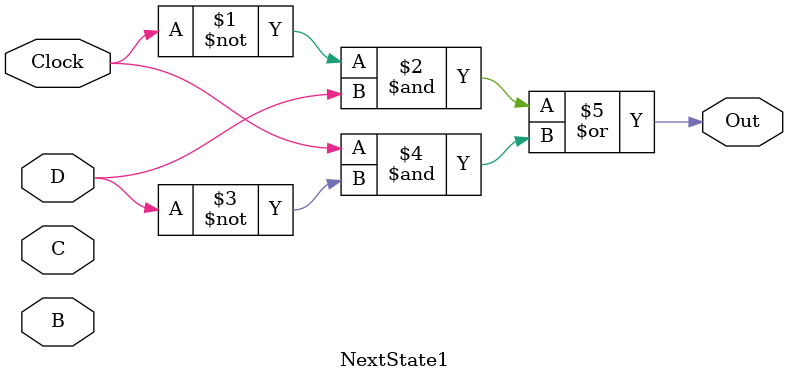
<source format=v>
module NextState1(Clock, B, C, D, Out);
	input Clock, B, C, D;
	output Out;
	
	assign Out = ((~Clock&D)|(Clock&~D));
endmodule

</source>
